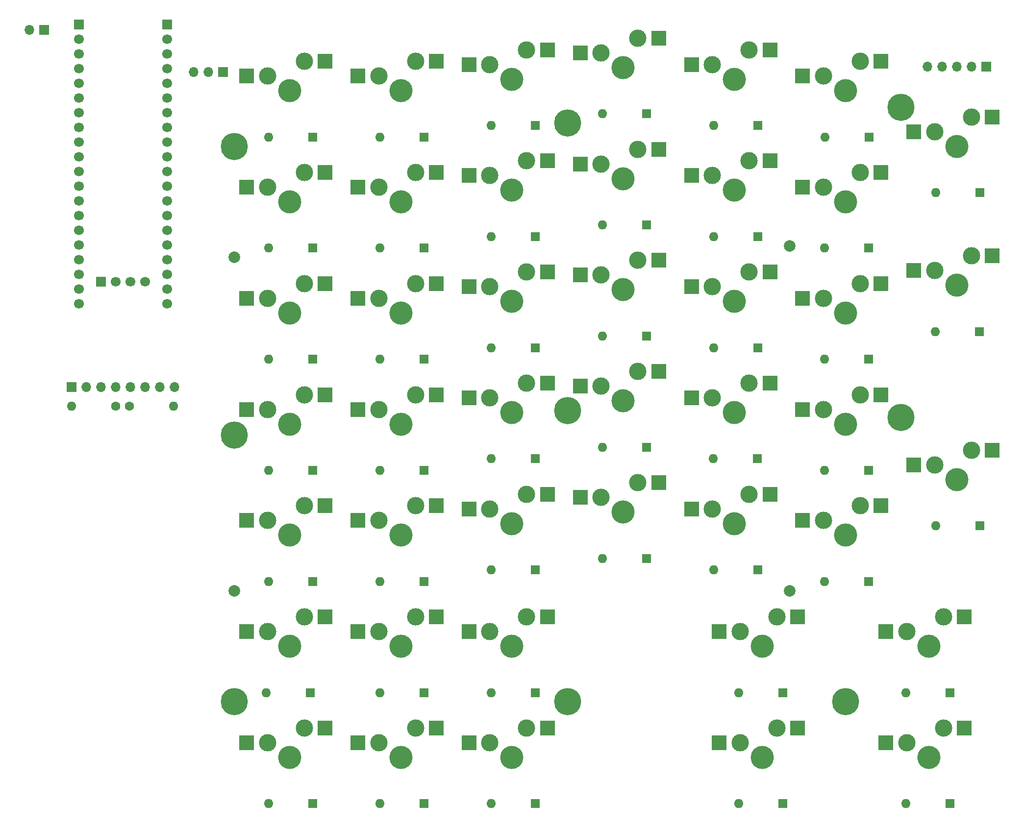
<source format=gbr>
%TF.GenerationSoftware,KiCad,Pcbnew,5.1.10-88a1d61d58~88~ubuntu20.04.1*%
%TF.CreationDate,2021-05-17T22:02:50+01:00*%
%TF.ProjectId,left_side,6c656674-5f73-4696-9465-2e6b69636164,rev?*%
%TF.SameCoordinates,Original*%
%TF.FileFunction,Soldermask,Bot*%
%TF.FilePolarity,Negative*%
%FSLAX46Y46*%
G04 Gerber Fmt 4.6, Leading zero omitted, Abs format (unit mm)*
G04 Created by KiCad (PCBNEW 5.1.10-88a1d61d58~88~ubuntu20.04.1) date 2021-05-17 22:02:50*
%MOMM*%
%LPD*%
G01*
G04 APERTURE LIST*
%ADD10C,2.000000*%
%ADD11C,4.700000*%
%ADD12C,4.000000*%
%ADD13C,3.000000*%
%ADD14R,2.550000X2.500000*%
%ADD15O,1.600000X1.600000*%
%ADD16R,1.600000X1.600000*%
%ADD17R,1.700000X1.700000*%
%ADD18C,1.700000*%
%ADD19O,1.700000X1.700000*%
%ADD20C,1.600000*%
G04 APERTURE END LIST*
D10*
%TO.C,REF\u002A\u002A*%
X144000000Y28800000D03*
%TD*%
%TO.C,REF\u002A\u002A*%
X48000000Y28800000D03*
%TD*%
%TO.C,REF\u002A\u002A*%
X48000000Y86400000D03*
%TD*%
%TO.C,REF\u002A\u002A*%
X144000000Y88400000D03*
%TD*%
D11*
%TO.C,REF\u002A\u002A*%
X163200000Y58752000D03*
%TD*%
%TO.C,REF\u002A\u002A*%
X105600000Y59904000D03*
%TD*%
%TO.C,REF\u002A\u002A*%
X105600000Y9600000D03*
%TD*%
%TO.C,REF\u002A\u002A*%
X105600000Y109600000D03*
%TD*%
%TO.C,REF\u002A\u002A*%
X48000000Y55680000D03*
%TD*%
%TO.C,REF\u002A\u002A*%
X48000000Y105600000D03*
%TD*%
%TO.C,REF\u002A\u002A*%
X48000000Y9600000D03*
%TD*%
%TO.C,REF\u002A\u002A*%
X153600000Y9600000D03*
%TD*%
%TO.C,REF\u002A\u002A*%
X163200000Y112320000D03*
%TD*%
D12*
%TO.C,SW1x6*%
X172800000Y81600000D03*
D13*
X175340000Y86680000D03*
X168990000Y84140000D03*
D14*
X178940000Y86680000D03*
X165390000Y84140000D03*
%TD*%
D15*
%TO.C,D0x0*%
X54000000Y107200000D03*
D16*
X61620000Y107200000D03*
%TD*%
D15*
%TO.C,D0x1*%
X73200000Y107200000D03*
D16*
X80820000Y107200000D03*
%TD*%
D15*
%TO.C,D0x2*%
X92400000Y109200000D03*
D16*
X100020000Y109200000D03*
%TD*%
D15*
%TO.C,D0x3*%
X111600000Y111200000D03*
D16*
X119220000Y111200000D03*
%TD*%
D15*
%TO.C,D0x4*%
X130800000Y109200000D03*
D16*
X138420000Y109200000D03*
%TD*%
D15*
%TO.C,D0x5*%
X150060001Y107200000D03*
D16*
X157680001Y107200000D03*
%TD*%
D15*
%TO.C,D0x6*%
X169200000Y97600000D03*
D16*
X176820000Y97600000D03*
%TD*%
D15*
%TO.C,D1x0*%
X54000000Y88000000D03*
D16*
X61620000Y88000000D03*
%TD*%
D15*
%TO.C,D1x1*%
X73200000Y88000000D03*
D16*
X80820000Y88000000D03*
%TD*%
D15*
%TO.C,D1x2*%
X92380000Y90000000D03*
D16*
X100000000Y90000000D03*
%TD*%
D15*
%TO.C,D1x3*%
X111600000Y92000000D03*
D16*
X119220000Y92000000D03*
%TD*%
D15*
%TO.C,D1x4*%
X130800000Y90000000D03*
D16*
X138420000Y90000000D03*
%TD*%
D15*
%TO.C,D1x5*%
X150000000Y88000000D03*
D16*
X157620000Y88000000D03*
%TD*%
D15*
%TO.C,D1x6*%
X169120000Y73600000D03*
D16*
X176740000Y73600000D03*
%TD*%
D15*
%TO.C,D2x0*%
X54000000Y68800000D03*
D16*
X61620000Y68800000D03*
%TD*%
D15*
%TO.C,D2x1*%
X73200000Y68800000D03*
D16*
X80820000Y68800000D03*
%TD*%
D15*
%TO.C,D2x2*%
X92400000Y70800000D03*
D16*
X100020000Y70800000D03*
%TD*%
D15*
%TO.C,D2x3*%
X111580000Y72800000D03*
D16*
X119200000Y72800000D03*
%TD*%
D15*
%TO.C,D2x4*%
X130800000Y70800000D03*
D16*
X138420000Y70800000D03*
%TD*%
D15*
%TO.C,D2x5*%
X150000000Y68800000D03*
D16*
X157620000Y68800000D03*
%TD*%
D15*
%TO.C,D3x0*%
X54000000Y49600000D03*
D16*
X61620000Y49600000D03*
%TD*%
D15*
%TO.C,D3x1*%
X73200000Y49600000D03*
D16*
X80820000Y49600000D03*
%TD*%
D15*
%TO.C,D3x2*%
X92400000Y51600000D03*
D16*
X100020000Y51600000D03*
%TD*%
D15*
%TO.C,D3x3*%
X111600000Y53600000D03*
D16*
X119220000Y53600000D03*
%TD*%
D15*
%TO.C,D3x4*%
X130780000Y51600000D03*
D16*
X138400000Y51600000D03*
%TD*%
D15*
%TO.C,D3x5*%
X150000000Y49600000D03*
D16*
X157620000Y49600000D03*
%TD*%
D15*
%TO.C,D3x6*%
X169200000Y40000000D03*
D16*
X176820000Y40000000D03*
%TD*%
D15*
%TO.C,D4x0*%
X54000000Y30400000D03*
D16*
X61620000Y30400000D03*
%TD*%
D15*
%TO.C,D4x1*%
X73200000Y30400000D03*
D16*
X80820000Y30400000D03*
%TD*%
D15*
%TO.C,D4x2*%
X92400000Y32400000D03*
D16*
X100020000Y32400000D03*
%TD*%
D15*
%TO.C,D4x3*%
X111600000Y34400000D03*
D16*
X119220000Y34400000D03*
%TD*%
D15*
%TO.C,D4x4*%
X130800000Y32400000D03*
D16*
X138420000Y32400000D03*
%TD*%
D15*
%TO.C,D4x5*%
X150000000Y30400000D03*
D16*
X157620000Y30400000D03*
%TD*%
D15*
%TO.C,D5x0*%
X53580000Y11200000D03*
D16*
X61200000Y11200000D03*
%TD*%
D15*
%TO.C,D5x1*%
X73200000Y11200000D03*
D16*
X80820000Y11200000D03*
%TD*%
D15*
%TO.C,D5x2*%
X92400000Y11200000D03*
D16*
X100020000Y11200000D03*
%TD*%
D15*
%TO.C,D5x4*%
X135200000Y11200000D03*
D16*
X142820000Y11200000D03*
%TD*%
D15*
%TO.C,D5x6*%
X164000000Y11200000D03*
D16*
X171620000Y11200000D03*
%TD*%
D15*
%TO.C,D6x0*%
X54000000Y-8000000D03*
D16*
X61620000Y-8000000D03*
%TD*%
D15*
%TO.C,D6x1*%
X73200000Y-8000000D03*
D16*
X80820000Y-8000000D03*
%TD*%
D15*
%TO.C,D6x2*%
X92400000Y-8000000D03*
D16*
X100020000Y-8000000D03*
%TD*%
D15*
%TO.C,D6x4*%
X135200000Y-8000000D03*
D16*
X142820000Y-8000000D03*
%TD*%
D15*
%TO.C,D6x6*%
X164000000Y-8000000D03*
D16*
X171620000Y-8000000D03*
%TD*%
D12*
%TO.C,SW0x0*%
X57600000Y115200000D03*
D13*
X60140000Y120280000D03*
X53790000Y117740000D03*
D14*
X63740000Y120280000D03*
X50190000Y117740000D03*
%TD*%
D12*
%TO.C,SW0x1*%
X76800000Y115200000D03*
D13*
X79340000Y120280000D03*
X72990000Y117740000D03*
D14*
X82940000Y120280000D03*
X69390000Y117740000D03*
%TD*%
D12*
%TO.C,SW0x2*%
X96000000Y117200000D03*
D13*
X98540000Y122280000D03*
X92190000Y119740000D03*
D14*
X102140000Y122280000D03*
X88590000Y119740000D03*
%TD*%
D12*
%TO.C,SW0x3*%
X115200000Y119200000D03*
D13*
X117740000Y124280000D03*
X111390000Y121740000D03*
D14*
X121340000Y124280000D03*
X107790000Y121740000D03*
%TD*%
D12*
%TO.C,SW0x4*%
X134400000Y117200000D03*
D13*
X136940000Y122280000D03*
X130590000Y119740000D03*
D14*
X140540000Y122280000D03*
X126990000Y119740000D03*
%TD*%
D12*
%TO.C,SW0x5*%
X153600000Y115200000D03*
D13*
X156140000Y120280000D03*
X149790000Y117740000D03*
D14*
X159740000Y120280000D03*
X146190000Y117740000D03*
%TD*%
D12*
%TO.C,SW0x6*%
X172800000Y105600000D03*
D13*
X175340000Y110680000D03*
X168990000Y108140000D03*
D14*
X178940000Y110680000D03*
X165390000Y108140000D03*
%TD*%
D12*
%TO.C,SW1x0*%
X57600000Y96000000D03*
D13*
X60140000Y101080000D03*
X53790000Y98540000D03*
D14*
X63740000Y101080000D03*
X50190000Y98540000D03*
%TD*%
D12*
%TO.C,SW1x1*%
X76800000Y96000000D03*
D13*
X79340000Y101080000D03*
X72990000Y98540000D03*
D14*
X82940000Y101080000D03*
X69390000Y98540000D03*
%TD*%
D12*
%TO.C,SW1x2*%
X96000000Y98000000D03*
D13*
X98540000Y103080000D03*
X92190000Y100540000D03*
D14*
X102140000Y103080000D03*
X88590000Y100540000D03*
%TD*%
D12*
%TO.C,SW1x3*%
X115200000Y100000000D03*
D13*
X117740000Y105080000D03*
X111390000Y102540000D03*
D14*
X121340000Y105080000D03*
X107790000Y102540000D03*
%TD*%
D12*
%TO.C,SW1x4*%
X134400000Y98000000D03*
D13*
X136940000Y103080000D03*
X130590000Y100540000D03*
D14*
X140540000Y103080000D03*
X126990000Y100540000D03*
%TD*%
D12*
%TO.C,SW1x5*%
X153600000Y96000000D03*
D13*
X156140000Y101080000D03*
X149790000Y98540000D03*
D14*
X159740000Y101080000D03*
X146190000Y98540000D03*
%TD*%
D12*
%TO.C,SW2x0*%
X57600000Y76800000D03*
D13*
X60140000Y81880000D03*
X53790000Y79340000D03*
D14*
X63740000Y81880000D03*
X50190000Y79340000D03*
%TD*%
D12*
%TO.C,SW2x1*%
X76800000Y76800000D03*
D13*
X79340000Y81880000D03*
X72990000Y79340000D03*
D14*
X82940000Y81880000D03*
X69390000Y79340000D03*
%TD*%
D12*
%TO.C,SW2x2*%
X96000000Y78800000D03*
D13*
X98540000Y83880000D03*
X92190000Y81340000D03*
D14*
X102140000Y83880000D03*
X88590000Y81340000D03*
%TD*%
D12*
%TO.C,SW2x3*%
X115200000Y80800000D03*
D13*
X117740000Y85880000D03*
X111390000Y83340000D03*
D14*
X121340000Y85880000D03*
X107790000Y83340000D03*
%TD*%
D12*
%TO.C,SW2x4*%
X134400000Y78800000D03*
D13*
X136940000Y83880000D03*
X130590000Y81340000D03*
D14*
X140540000Y83880000D03*
X126990000Y81340000D03*
%TD*%
D12*
%TO.C,SW2x5*%
X153600000Y76800000D03*
D13*
X156140000Y81880000D03*
X149790000Y79340000D03*
D14*
X159740000Y81880000D03*
X146190000Y79340000D03*
%TD*%
D12*
%TO.C,SW3x0*%
X57600000Y57600000D03*
D13*
X60140000Y62680000D03*
X53790000Y60140000D03*
D14*
X63740000Y62680000D03*
X50190000Y60140000D03*
%TD*%
D12*
%TO.C,SW3x1*%
X76800000Y57600000D03*
D13*
X79340000Y62680000D03*
X72990000Y60140000D03*
D14*
X82940000Y62680000D03*
X69390000Y60140000D03*
%TD*%
D12*
%TO.C,SW3x2*%
X96000000Y59600000D03*
D13*
X98540000Y64680000D03*
X92190000Y62140000D03*
D14*
X102140000Y64680000D03*
X88590000Y62140000D03*
%TD*%
D12*
%TO.C,SW3x3*%
X115200000Y61600000D03*
D13*
X117740000Y66680000D03*
X111390000Y64140000D03*
D14*
X121340000Y66680000D03*
X107790000Y64140000D03*
%TD*%
D12*
%TO.C,SW3x4*%
X134400000Y59600000D03*
D13*
X136940000Y64680000D03*
X130590000Y62140000D03*
D14*
X140540000Y64680000D03*
X126990000Y62140000D03*
%TD*%
D12*
%TO.C,SW3x5*%
X153600000Y57600000D03*
D13*
X156140000Y62680000D03*
X149790000Y60140000D03*
D14*
X159740000Y62680000D03*
X146190000Y60140000D03*
%TD*%
D12*
%TO.C,SW3x6*%
X172800000Y48000000D03*
D13*
X175340000Y53080000D03*
X168990000Y50540000D03*
D14*
X178940000Y53080000D03*
X165390000Y50540000D03*
%TD*%
D12*
%TO.C,SW4x0*%
X57600000Y38400000D03*
D13*
X60140000Y43480000D03*
X53790000Y40940000D03*
D14*
X63740000Y43480000D03*
X50190000Y40940000D03*
%TD*%
D12*
%TO.C,SW4x1*%
X76800000Y38400000D03*
D13*
X79340000Y43480000D03*
X72990000Y40940000D03*
D14*
X82940000Y43480000D03*
X69390000Y40940000D03*
%TD*%
D12*
%TO.C,SW4x2*%
X96000000Y40400000D03*
D13*
X98540000Y45480000D03*
X92190000Y42940000D03*
D14*
X102140000Y45480000D03*
X88590000Y42940000D03*
%TD*%
D12*
%TO.C,SW4x3*%
X115200000Y42400000D03*
D13*
X117740000Y47480000D03*
X111390000Y44940000D03*
D14*
X121340000Y47480000D03*
X107790000Y44940000D03*
%TD*%
D12*
%TO.C,SW4x4*%
X134400000Y40400000D03*
D13*
X136940000Y45480000D03*
X130590000Y42940000D03*
D14*
X140540000Y45480000D03*
X126990000Y42940000D03*
%TD*%
D12*
%TO.C,SW4x5*%
X153600000Y38400000D03*
D13*
X156140000Y43480000D03*
X149790000Y40940000D03*
D14*
X159740000Y43480000D03*
X146190000Y40940000D03*
%TD*%
D12*
%TO.C,SW5x0*%
X57600000Y19200000D03*
D13*
X60140000Y24280000D03*
X53790000Y21740000D03*
D14*
X63740000Y24280000D03*
X50190000Y21740000D03*
%TD*%
D12*
%TO.C,SW5x1*%
X76800000Y19200000D03*
D13*
X79340000Y24280000D03*
X72990000Y21740000D03*
D14*
X82940000Y24280000D03*
X69390000Y21740000D03*
%TD*%
D12*
%TO.C,SW5x2*%
X96000000Y19200000D03*
D13*
X98540000Y24280000D03*
X92190000Y21740000D03*
D14*
X102140000Y24280000D03*
X88590000Y21740000D03*
%TD*%
D12*
%TO.C,SW5x4*%
X139200000Y19200000D03*
D13*
X141740000Y24280000D03*
X135390000Y21740000D03*
D14*
X145340000Y24280000D03*
X131790000Y21740000D03*
%TD*%
D12*
%TO.C,SW5x6*%
X168000000Y19200000D03*
D13*
X170540000Y24280000D03*
X164190000Y21740000D03*
D14*
X174140000Y24280000D03*
X160590000Y21740000D03*
%TD*%
D12*
%TO.C,SW6x0*%
X57600000Y0D03*
D13*
X60140000Y5080000D03*
X53790000Y2540000D03*
D14*
X63740000Y5080000D03*
X50190000Y2540000D03*
%TD*%
D12*
%TO.C,SW6x1*%
X76800000Y0D03*
D13*
X79340000Y5080000D03*
X72990000Y2540000D03*
D14*
X82940000Y5080000D03*
X69390000Y2540000D03*
%TD*%
D12*
%TO.C,SW6x2*%
X96000000Y0D03*
D13*
X98540000Y5080000D03*
X92190000Y2540000D03*
D14*
X102140000Y5080000D03*
X88590000Y2540000D03*
%TD*%
D12*
%TO.C,SW6x4*%
X139200000Y0D03*
D13*
X141740000Y5080000D03*
X135390000Y2540000D03*
D14*
X145340000Y5080000D03*
X131790000Y2540000D03*
%TD*%
D12*
%TO.C,SW6x6*%
X168000000Y0D03*
D13*
X170540000Y5080000D03*
X164190000Y2540000D03*
D14*
X174140000Y5080000D03*
X160590000Y2540000D03*
%TD*%
D17*
%TO.C,U1*%
X36420000Y126630000D03*
D18*
X36420000Y124090000D03*
X36420000Y121550000D03*
X36420000Y119010000D03*
X36420000Y116470000D03*
X36420000Y113930000D03*
X36420000Y111390000D03*
X36420000Y108850000D03*
X36420000Y106310000D03*
X36420000Y103770000D03*
X36420000Y101230000D03*
X36420000Y98690000D03*
X36420000Y96150000D03*
X36420000Y93610000D03*
X36420000Y91070000D03*
X36420000Y88530000D03*
X36420000Y85990000D03*
X36420000Y83450000D03*
X36420000Y80910000D03*
X36420000Y78370000D03*
X32610000Y82180000D03*
X30070000Y82180000D03*
X27530000Y82180000D03*
D17*
X24990000Y82180000D03*
D18*
X21180000Y78370000D03*
X21180000Y80910000D03*
X21180000Y83450000D03*
X21180000Y85990000D03*
X21180000Y88530000D03*
X21180000Y91070000D03*
X21180000Y93610000D03*
X21180000Y96150000D03*
X21180000Y98690000D03*
X21180000Y101230000D03*
X21180000Y103770000D03*
X21180000Y106310000D03*
X21180000Y108850000D03*
X21180000Y111390000D03*
X21180000Y113930000D03*
X21180000Y116470000D03*
X21180000Y119010000D03*
X21180000Y121550000D03*
X21180000Y124090000D03*
D17*
X21180000Y126630000D03*
%TD*%
D19*
%TO.C,SW1*%
X12628000Y125728000D03*
D17*
X15168000Y125728000D03*
%TD*%
D19*
%TO.C,J1*%
X167720000Y119400000D03*
X170260000Y119400000D03*
X172800000Y119400000D03*
X175340000Y119400000D03*
D17*
X177880000Y119400000D03*
%TD*%
D15*
%TO.C,R1*%
X19968000Y60672000D03*
D20*
X27588000Y60672000D03*
%TD*%
D15*
%TO.C,R2*%
X37572000Y60672000D03*
D20*
X29952000Y60672000D03*
%TD*%
D19*
%TO.C,U2*%
X37690000Y64000000D03*
X35150000Y64000000D03*
X32610000Y64000000D03*
X30070000Y64000000D03*
X27530000Y64000000D03*
X24990000Y64000000D03*
X22450000Y64000000D03*
D17*
X19910000Y64000000D03*
%TD*%
D19*
%TO.C,J2*%
X41000000Y118464000D03*
X43540000Y118464000D03*
D17*
X46080000Y118464000D03*
%TD*%
M02*

</source>
